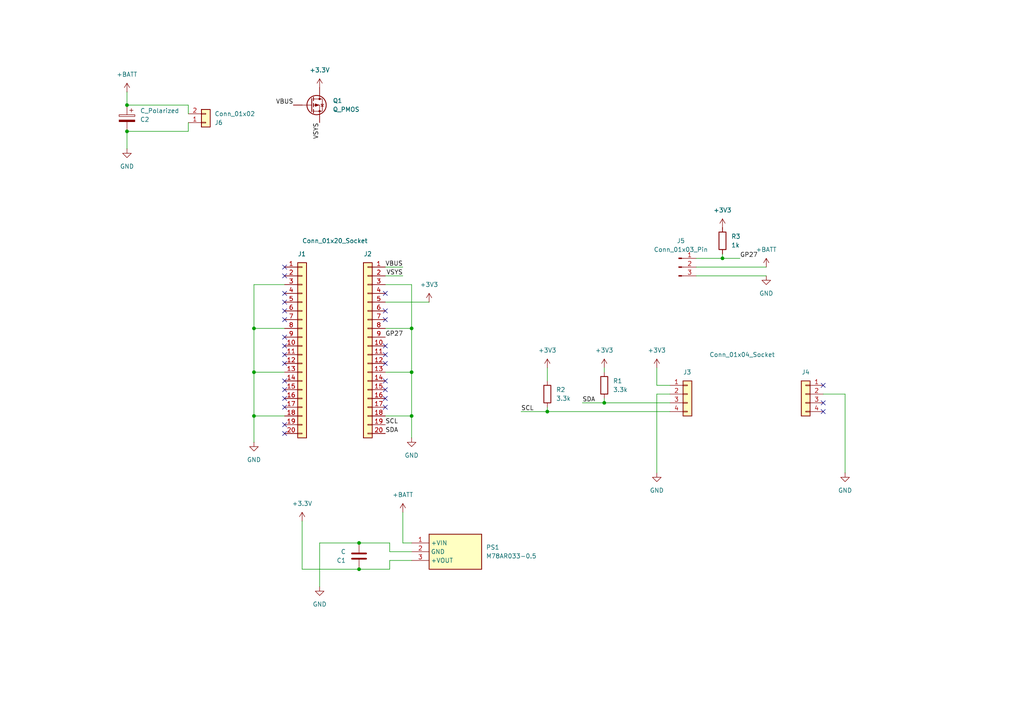
<source format=kicad_sch>
(kicad_sch (version 20250114) (generator "eeschema") (generator_version "9.0")
  (paper "A4")
  (lib_symbols
    (symbol "Connector:Conn_01x03_Pin" (pin_names (offset 1.016) (hide yes))
      (property "Reference" "J" (at 0 5.08 0))
      (property "Value" "Conn_01x03_Pin" (at 0 -5.08 0))
      (symbol "Conn_01x03_Pin_1_1"
        (rectangle (start 0.8636 2.667) (end 0 2.413) (stroke (width 0.1524)) (fill (type outline)))
        (rectangle (start 0.8636 0.127) (end 0 -0.127) (stroke (width 0.1524)) (fill (type outline)))
        (rectangle (start 0.8636 -2.413) (end 0 -2.667) (stroke (width 0.1524)) (fill (type outline)))
        (polyline (pts (xy 1.27 2.54) (xy 0.8636 2.54)) (stroke (width 0.1524)))
        (polyline (pts (xy 1.27 0) (xy 0.8636 0)) (stroke (width 0.1524)))
        (polyline (pts (xy 1.27 -2.54) (xy 0.8636 -2.54)) (stroke (width 0.1524)))
        (pin passive line (at 5.08 2.54 180) (length 3.81) (name "Pin_1") (number "1"))
        (pin passive line (at 5.08 0 180) (length 3.81) (name "Pin_2") (number "2"))
        (pin passive line (at 5.08 -2.54 180) (length 3.81) (name "Pin_3") (number "3"))
      )
    )
    (symbol "Connector_Generic:Conn_01x02" (pin_names (offset 1.016) (hide yes))
      (property "Reference" "J" (at 0 2.54 0))
      (property "Value" "Conn_01x02" (at 0 -5.08 0))
      (symbol "Conn_01x02_1_1"
        (rectangle (start -1.27 1.27) (end 1.27 -3.81) (stroke (width 0.254)) (fill (type background)))
        (rectangle (start -1.27 0.127) (end 0 -0.127) (stroke (width 0.1524)))
        (rectangle (start -1.27 -2.413) (end 0 -2.667) (stroke (width 0.1524)))
        (pin passive line (at -5.08 0 0) (length 3.81) (name "Pin_1") (number "1"))
        (pin passive line (at -5.08 -2.54 0) (length 3.81) (name "Pin_2") (number "2"))
      )
    )
    (symbol "Connector_Generic:Conn_01x04" (pin_names (offset 1.016) (hide yes))
      (property "Reference" "J" (at 0 5.08 0))
      (property "Value" "Conn_01x04" (at 0 -7.62 0))
      (symbol "Conn_01x04_1_1"
        (rectangle (start -1.27 3.81) (end 1.27 -6.35) (stroke (width 0.254)) (fill (type background)))
        (rectangle (start -1.27 2.667) (end 0 2.413) (stroke (width 0.1524)))
        (rectangle (start -1.27 0.127) (end 0 -0.127) (stroke (width 0.1524)))
        (rectangle (start -1.27 -2.413) (end 0 -2.667) (stroke (width 0.1524)))
        (rectangle (start -1.27 -4.953) (end 0 -5.207) (stroke (width 0.1524)))
        (pin passive line (at -5.08 2.54 0) (length 3.81) (name "Pin_1") (number "1"))
        (pin passive line (at -5.08 0 0) (length 3.81) (name "Pin_2") (number "2"))
        (pin passive line (at -5.08 -2.54 0) (length 3.81) (name "Pin_3") (number "3"))
        (pin passive line (at -5.08 -5.08 0) (length 3.81) (name "Pin_4") (number "4"))
      )
    )
    (symbol "Connector_Generic:Conn_01x20" (pin_names (offset 1.016) (hide yes))
      (property "Reference" "J" (at 0 25.4 0))
      (property "Value" "Conn_01x20" (at 0 -27.94 0))
      (symbol "Conn_01x20_1_1"
        (rectangle (start -1.27 24.13) (end 1.27 -26.67) (stroke (width 0.254)) (fill (type background)))
        (rectangle (start -1.27 22.987) (end 0 22.733) (stroke (width 0.1524)))
        (rectangle (start -1.27 20.447) (end 0 20.193) (stroke (width 0.1524)))
        (rectangle (start -1.27 17.907) (end 0 17.653) (stroke (width 0.1524)))
        (rectangle (start -1.27 15.367) (end 0 15.113) (stroke (width 0.1524)))
        (rectangle (start -1.27 12.827) (end 0 12.573) (stroke (width 0.1524)))
        (rectangle (start -1.27 10.287) (end 0 10.033) (stroke (width 0.1524)))
        (rectangle (start -1.27 7.747) (end 0 7.493) (stroke (width 0.1524)))
        (rectangle (start -1.27 5.207) (end 0 4.953) (stroke (width 0.1524)))
        (rectangle (start -1.27 2.667) (end 0 2.413) (stroke (width 0.1524)))
        (rectangle (start -1.27 0.127) (end 0 -0.127) (stroke (width 0.1524)))
        (rectangle (start -1.27 -2.413) (end 0 -2.667) (stroke (width 0.1524)))
        (rectangle (start -1.27 -4.953) (end 0 -5.207) (stroke (width 0.1524)))
        (rectangle (start -1.27 -7.493) (end 0 -7.747) (stroke (width 0.1524)))
        (rectangle (start -1.27 -10.033) (end 0 -10.287) (stroke (width 0.1524)))
        (rectangle (start -1.27 -12.573) (end 0 -12.827) (stroke (width 0.1524)))
        (rectangle (start -1.27 -15.113) (end 0 -15.367) (stroke (width 0.1524)))
        (rectangle (start -1.27 -17.653) (end 0 -17.907) (stroke (width 0.1524)))
        (rectangle (start -1.27 -20.193) (end 0 -20.447) (stroke (width 0.1524)))
        (rectangle (start -1.27 -22.733) (end 0 -22.987) (stroke (width 0.1524)))
        (rectangle (start -1.27 -25.273) (end 0 -25.527) (stroke (width 0.1524)))
        (pin passive line (at -5.08 22.86 0) (length 3.81) (name "Pin_1") (number "1"))
        (pin passive line (at -5.08 20.32 0) (length 3.81) (name "Pin_2") (number "2"))
        (pin passive line (at -5.08 17.78 0) (length 3.81) (name "Pin_3") (number "3"))
        (pin passive line (at -5.08 15.24 0) (length 3.81) (name "Pin_4") (number "4"))
        (pin passive line (at -5.08 12.7 0) (length 3.81) (name "Pin_5") (number "5"))
        (pin passive line (at -5.08 10.16 0) (length 3.81) (name "Pin_6") (number "6"))
        (pin passive line (at -5.08 7.62 0) (length 3.81) (name "Pin_7") (number "7"))
        (pin passive line (at -5.08 5.08 0) (length 3.81) (name "Pin_8") (number "8"))
        (pin passive line (at -5.08 2.54 0) (length 3.81) (name "Pin_9") (number "9"))
        (pin passive line (at -5.08 0 0) (length 3.81) (name "Pin_10") (number "10"))
        (pin passive line (at -5.08 -2.54 0) (length 3.81) (name "Pin_11") (number "11"))
        (pin passive line (at -5.08 -5.08 0) (length 3.81) (name "Pin_12") (number "12"))
        (pin passive line (at -5.08 -7.62 0) (length 3.81) (name "Pin_13") (number "13"))
        (pin passive line (at -5.08 -10.16 0) (length 3.81) (name "Pin_14") (number "14"))
        (pin passive line (at -5.08 -12.7 0) (length 3.81) (name "Pin_15") (number "15"))
        (pin passive line (at -5.08 -15.24 0) (length 3.81) (name "Pin_16") (number "16"))
        (pin passive line (at -5.08 -17.78 0) (length 3.81) (name "Pin_17") (number "17"))
        (pin passive line (at -5.08 -20.32 0) (length 3.81) (name "Pin_18") (number "18"))
        (pin passive line (at -5.08 -22.86 0) (length 3.81) (name "Pin_19") (number "19"))
        (pin passive line (at -5.08 -25.4 0) (length 3.81) (name "Pin_20") (number "20"))
      )
    )
    (symbol "Device:C" (pin_numbers (hide yes)) (pin_names (offset 0.254))
      (property "Reference" "C" (at 0.635 2.54 0))
      (property "Value" "C" (at 0.635 -2.54 0))
      (symbol "C_0_1"
        (polyline (pts (xy -2.032 0.762) (xy 2.032 0.762)) (stroke (width 0.508)))
        (polyline (pts (xy -2.032 -0.762) (xy 2.032 -0.762)) (stroke (width 0.508)))
      )
      (symbol "C_1_1"
        (pin passive line (at 0 3.81 270) (length 2.794) (name "~") (number "1"))
        (pin passive line (at 0 -3.81 90) (length 2.794) (name "~") (number "2"))
      )
    )
    (symbol "Device:C_Polarized" (pin_numbers (hide yes)) (pin_names (offset 0.254))
      (property "Reference" "C" (at 0.635 2.54 0))
      (property "Value" "C_Polarized" (at 0.635 -2.54 0))
      (symbol "C_Polarized_0_1"
        (rectangle (start -2.286 0.508) (end 2.286 1.016))
        (polyline (pts (xy -1.778 2.286) (xy -0.762 2.286)))
        (polyline (pts (xy -1.27 2.794) (xy -1.27 1.778)))
        (rectangle (start 2.286 -0.508) (end -2.286 -1.016) (fill (type outline)))
      )
      (symbol "C_Polarized_1_1"
        (pin passive line (at 0 3.81 270) (length 2.794) (name "~") (number "1"))
        (pin passive line (at 0 -3.81 90) (length 2.794) (name "~") (number "2"))
      )
    )
    (symbol "Device:Q_PMOS" (pin_numbers (hide yes)) (pin_names (offset 0) (hide yes))
      (property "Reference" "Q1" (at 6.35 1.2701 0))
      (property "Value" "Q_PMOS" (at 6.35 -1.2699 0))
      (symbol "Q_PMOS_0_1"
        (polyline (pts (xy 0.254 1.905) (xy 0.254 -1.905)) (stroke (width 0.254)))
        (polyline (pts (xy 0.254 0) (xy -2.54 0)))
        (polyline (pts (xy 0.762 2.286) (xy 0.762 1.27)) (stroke (width 0.254)))
        (polyline (pts (xy 0.762 1.778) (xy 3.302 1.778) (xy 3.302 -1.778) (xy 0.762 -1.778)))
        (polyline (pts (xy 0.762 0.508) (xy 0.762 -0.508)) (stroke (width 0.254)))
        (polyline (pts (xy 0.762 -1.27) (xy 0.762 -2.286)) (stroke (width 0.254)))
        (circle (center 1.651 0) (radius 2.794) (stroke (width 0.254)))
        (polyline (pts (xy 2.286 0) (xy 1.27 0.381) (xy 1.27 -0.381) (xy 2.286 0)) (fill (type outline)))
        (polyline (pts (xy 2.54 2.54) (xy 2.54 1.778)))
        (circle (center 2.54 1.778) (radius 0.254) (fill (type outline)))
        (circle (center 2.54 -1.778) (radius 0.254) (fill (type outline)))
        (polyline (pts (xy 2.54 -2.54) (xy 2.54 0) (xy 0.762 0)))
        (polyline (pts (xy 2.921 -0.381) (xy 3.683 -0.381)))
        (polyline (pts (xy 3.302 -0.381) (xy 2.921 0.254) (xy 3.683 0.254) (xy 3.302 -0.381)))
      )
      (symbol "Q_PMOS_1_1"
        (pin input line (at -5.08 0 0) (length 2.54) (name "G") (number "3"))
        (pin passive line (at 2.54 5.08 270) (length 2.54) (name "D") (number "2"))
        (pin passive line (at 2.54 -5.08 90) (length 2.54) (name "S") (number "1"))
      )
    )
    (symbol "Device:R" (pin_numbers (hide yes)) (pin_names (offset 0))
      (property "Reference" "R" (at 2.032 0 90))
      (property "Value" "R" (at 0 0 90))
      (symbol "R_0_1"
        (rectangle (start -1.016 -2.54) (end 1.016 2.54) (stroke (width 0.254)))
      )
      (symbol "R_1_1"
        (pin passive line (at 0 3.81 270) (length 1.27) (name "~") (number "1"))
        (pin passive line (at 0 -3.81 90) (length 1.27) (name "~") (number "2"))
      )
    )
    (symbol "SamacSys_Parts:M78AR033-0.5"
      (property "Reference" "PS" (at 21.59 7.62 0))
      (property "Value" "M78AR033-0.5" (at 21.59 5.08 0))
      (symbol "M78AR033-0.5_1_1"
        (rectangle (start 5.08 2.54) (end 20.32 -7.62) (stroke (width 0.254)) (fill (type background)))
        (pin passive line (at 0 0 0) (length 5.08) (name "+VIN") (number "1"))
        (pin passive line (at 0 -2.54 0) (length 5.08) (name "GND") (number "2"))
        (pin passive line (at 0 -5.08 0) (length 5.08) (name "+VOUT") (number "3"))
      )
    )
    (symbol "power:+3.3V" (power) (pin_numbers (hide yes)) (pin_names (offset 0) (hide yes))
      (property "Value" "+3.3V" (at 0 3.556 0))
      (symbol "+3.3V_0_1"
        (polyline (pts (xy -0.762 1.27) (xy 0 2.54)))
        (polyline (pts (xy 0 2.54) (xy 0.762 1.27)))
        (polyline (pts (xy 0 0) (xy 0 2.54)))
      )
      (symbol "+3.3V_1_1"
        (pin power_in line (at 0 0 90) (length 0) (name "~") (number "1"))
      )
    )
    (symbol "power:+3V3" (power) (pin_numbers (hide yes)) (pin_names (offset 0) (hide yes))
      (property "Value" "+3V3" (at 0 3.556 0))
      (symbol "+3V3_0_1"
        (polyline (pts (xy -0.762 1.27) (xy 0 2.54)))
        (polyline (pts (xy 0 2.54) (xy 0.762 1.27)))
        (polyline (pts (xy 0 0) (xy 0 2.54)))
      )
      (symbol "+3V3_1_1"
        (pin power_in line (at 0 0 90) (length 0) (name "~") (number "1"))
      )
    )
    (symbol "power:+BATT" (power) (pin_numbers (hide yes)) (pin_names (offset 0) (hide yes))
      (property "Value" "+BATT" (at 0 3.556 0))
      (symbol "+BATT_0_1"
        (polyline (pts (xy -0.762 1.27) (xy 0 2.54)))
        (polyline (pts (xy 0 2.54) (xy 0.762 1.27)))
        (polyline (pts (xy 0 0) (xy 0 2.54)))
      )
      (symbol "+BATT_1_1"
        (pin power_in line (at 0 0 90) (length 0) (name "~") (number "1"))
      )
    )
    (symbol "power:GND" (power) (pin_numbers (hide yes)) (pin_names (offset 0) (hide yes))
      (property "Value" "GND" (at 0 -3.81 0))
      (symbol "GND_0_1"
        (polyline (pts (xy 0 0) (xy 0 -1.27) (xy 1.27 -1.27) (xy 0 -2.54) (xy -1.27 -1.27) (xy 0 -1.27)))
      )
      (symbol "GND_1_1"
        (pin power_in line (at 0 0 270) (length 0) (name "~") (number "1"))
      )
    )
  )
  (junction (at 73.66 95.25))
  (junction (at 119.38 107.95))
  (junction (at 158.75 119.38))
  (junction (at 119.38 120.65))
  (junction (at 36.83 38.1))
  (junction (at 104.14 165.1))
  (junction (at 73.66 120.65))
  (junction (at 119.38 95.25))
  (junction (at 73.66 107.95))
  (junction (at 36.83 30.48))
  (junction (at 104.14 157.48))
  (junction (at 175.26 116.84))
  (junction (at 209.55 74.93))
  (no_connect (at 82.55 85.09))
  (no_connect (at 82.55 110.49))
  (no_connect (at 111.76 118.11))
  (no_connect (at 82.55 90.17))
  (no_connect (at 82.55 123.19))
  (no_connect (at 111.76 100.33))
  (no_connect (at 238.76 111.76))
  (no_connect (at 82.55 102.87))
  (no_connect (at 82.55 100.33))
  (no_connect (at 111.76 113.03))
  (no_connect (at 111.76 115.57))
  (no_connect (at 238.76 119.38))
  (no_connect (at 111.76 105.41))
  (no_connect (at 82.55 118.11))
  (no_connect (at 82.55 80.01))
  (no_connect (at 82.55 77.47))
  (no_connect (at 111.76 102.87))
  (no_connect (at 82.55 113.03))
  (no_connect (at 111.76 92.71))
  (no_connect (at 111.76 90.17))
  (no_connect (at 82.55 115.57))
  (no_connect (at 111.76 85.09))
  (no_connect (at 238.76 116.84))
  (no_connect (at 82.55 105.41))
  (no_connect (at 82.55 97.79))
  (no_connect (at 82.55 87.63))
  (no_connect (at 111.76 110.49))
  (no_connect (at 82.55 125.73))
  (no_connect (at 82.55 92.71))
  (wire (pts (xy 73.66 107.95) (xy 73.66 120.65)))
  (wire (pts (xy 201.93 77.47) (xy 222.25 77.47)))
  (wire (pts (xy 119.38 95.25) (xy 119.38 107.95)))
  (wire (pts (xy 36.83 30.48) (xy 54.61 30.48)))
  (wire (pts (xy 73.66 120.65) (xy 73.66 128.27)))
  (wire (pts (xy 190.5 137.16) (xy 190.5 114.3)))
  (wire (pts (xy 36.83 38.1) (xy 54.61 38.1)))
  (wire (pts (xy 113.03 160.02) (xy 119.38 160.02)))
  (wire (pts (xy 87.63 165.1) (xy 104.14 165.1)))
  (wire (pts (xy 194.31 119.38) (xy 158.75 119.38)))
  (wire (pts (xy 82.55 82.55) (xy 73.66 82.55)))
  (wire (pts (xy 113.03 160.02) (xy 113.03 157.48)))
  (wire (pts (xy 175.26 106.68) (xy 175.26 107.95)))
  (wire (pts (xy 209.55 73.66) (xy 209.55 74.93)))
  (wire (pts (xy 190.5 114.3) (xy 194.31 114.3)))
  (wire (pts (xy 201.93 80.01) (xy 222.25 80.01)))
  (wire (pts (xy 158.75 119.38) (xy 158.75 118.11)))
  (wire (pts (xy 119.38 82.55) (xy 119.38 95.25)))
  (wire (pts (xy 87.63 151.13) (xy 87.63 165.1)))
  (wire (pts (xy 113.03 157.48) (xy 104.14 157.48)))
  (wire (pts (xy 151.13 119.38) (xy 158.75 119.38)))
  (wire (pts (xy 119.38 107.95) (xy 111.76 107.95)))
  (wire (pts (xy 111.76 82.55) (xy 119.38 82.55)))
  (wire (pts (xy 36.83 43.18) (xy 36.83 38.1)))
  (wire (pts (xy 116.84 148.59) (xy 116.84 157.48)))
  (wire (pts (xy 116.84 157.48) (xy 119.38 157.48)))
  (wire (pts (xy 113.03 165.1) (xy 113.03 162.56)))
  (wire (pts (xy 111.76 80.01) (xy 116.84 80.01)))
  (wire (pts (xy 124.46 87.63) (xy 111.76 87.63)))
  (wire (pts (xy 92.71 170.18) (xy 92.71 157.48)))
  (wire (pts (xy 92.71 157.48) (xy 104.14 157.48)))
  (wire (pts (xy 73.66 95.25) (xy 73.66 107.95)))
  (wire (pts (xy 73.66 120.65) (xy 82.55 120.65)))
  (wire (pts (xy 73.66 95.25) (xy 82.55 95.25)))
  (wire (pts (xy 175.26 116.84) (xy 194.31 116.84)))
  (wire (pts (xy 119.38 107.95) (xy 119.38 120.65)))
  (wire (pts (xy 73.66 82.55) (xy 73.66 95.25)))
  (wire (pts (xy 158.75 106.68) (xy 158.75 110.49)))
  (wire (pts (xy 245.11 114.3) (xy 238.76 114.3)))
  (wire (pts (xy 119.38 120.65) (xy 111.76 120.65)))
  (wire (pts (xy 190.5 106.68) (xy 190.5 111.76)))
  (wire (pts (xy 201.93 74.93) (xy 209.55 74.93)))
  (wire (pts (xy 73.66 107.95) (xy 82.55 107.95)))
  (wire (pts (xy 54.61 33.02) (xy 54.61 30.48)))
  (wire (pts (xy 119.38 95.25) (xy 111.76 95.25)))
  (wire (pts (xy 111.76 77.47) (xy 116.84 77.47)))
  (wire (pts (xy 175.26 115.57) (xy 175.26 116.84)))
  (wire (pts (xy 119.38 120.65) (xy 119.38 127)))
  (wire (pts (xy 36.83 26.67) (xy 36.83 30.48)))
  (wire (pts (xy 168.91 116.84) (xy 175.26 116.84)))
  (wire (pts (xy 104.14 165.1) (xy 113.03 165.1)))
  (wire (pts (xy 190.5 111.76) (xy 194.31 111.76)))
  (wire (pts (xy 113.03 162.56) (xy 119.38 162.56)))
  (wire (pts (xy 209.55 74.93) (xy 214.63 74.93)))
  (wire (pts (xy 245.11 137.16) (xy 245.11 114.3)))
  (wire (pts (xy 54.61 35.56) (xy 54.61 38.1)))
  (label "VSYS" (at 92.71 35.56 270))
  (label "GP27" (at 111.76 97.79 0))
  (label "SCL" (at 151.13 119.38 0))
  (label "SCL" (at 111.76 123.19 0))
  (label "SDA" (at 168.91 116.84 0))
  (label "VSYS" (at 116.84 80.01 180))
  (label "GP27" (at 214.63 74.93 0))
  (label "SDA" (at 111.76 125.73 0))
  (label "VBUS" (at 116.84 77.47 180))
  (label "VBUS" (at 85.09 30.48 180))
  (symbol (lib_id "SamacSys_Parts:M78AR033-0.5") (at 119.38 157.48 0) (unit 1)
    (property "Reference" "PS1" (at 140.97 158.7499 0) (effects (justify left)))
    (property "Value" "M78AR033-0.5" (at 140.97 161.2899 0) (effects (justify left)))
    (property "Footprint" "M78AR03305" (effects (hide yes)))
    (property "Datasheet" "https://www.minmaxpower.com/storage/media/Product-MINMAX/M78AR-0.5/M78AR-0.5_Datasheet.pdf" (effects (hide yes)))
    (property "Description" "The M78AR-0.5 series is a new range of switching regulators designed as a drop-in replacement for old LM78xx linear regulators with low efficiency.The very high efficiency of these step-down converters allow an operating temperature up to 80 at full-load without need of any heatsink. The regulators come in a package which fits in the standard TO-220 footprint of linear regulators." (effects (hide yes)))
    (property "Height" "10.7" (effects (hide yes)))
    (property "Manufacturer_Name" "Minmax" (effects (hide yes)))
    (property "Manufacturer_Part_Number" "M78AR033-0.5" (effects (hide yes)))
  )
  (symbol (lib_id "power:+3V3") (at 175.26 106.68 0) (unit 1)
    (property "Reference" "#PWR05" (effects (hide yes)))
    (property "Value" "+3V3" (at 175.26 101.6 0))
    (property "Description" "Power symbol creates a global label with name \"+3V3\"" (effects (hide yes)))
  )
  (symbol (lib_id "power:GND") (at 190.5 137.16 0) (unit 1)
    (property "Reference" "#PWR04" (effects (hide yes)))
    (property "Value" "GND" (at 190.5 142.24 0))
    (property "Description" "Power symbol creates a global label with name \"GND\" , ground" (effects (hide yes)))
  )
  (symbol (lib_id "power:+3.3V") (at 87.63 151.13 0) (mirror y) (unit 1)
    (property "Reference" "#PWR014" (effects (hide yes)))
    (property "Value" "+3.3V" (at 87.63 146.05 0))
    (property "Description" "Power symbol creates a global label with name \"+3.3V\"" (effects (hide yes)))
  )
  (symbol (lib_id "power:GND") (at 36.83 43.18 0) (mirror y) (unit 1)
    (property "Reference" "#PWR01" (effects (hide yes)))
    (property "Value" "GND" (at 36.83 48.26 0))
    (property "Description" "Power symbol creates a global label with name \"GND\" , ground" (effects (hide yes)))
  )
  (symbol (lib_id "Device:R") (at 209.55 69.85 0) (unit 1)
    (property "Reference" "R3" (at 212.09 68.5799 0) (effects (justify left)))
    (property "Value" "1k" (at 212.09 71.1199 0) (effects (justify left)))
    (property "Footprint" "Resistor_THT:R_Axial_DIN0207_L6.3mm_D2.5mm_P7.62mm_Horizontal" (effects (hide yes)))
    (property "Description" "Resistor" (effects (hide yes)))
  )
  (symbol (lib_id "Connector:Conn_01x03_Pin") (at 196.85 77.47 0) (unit 1)
    (property "Reference" "J5" (at 197.485 69.85 0))
    (property "Value" "Conn_01x03_Pin" (at 197.485 72.39 0))
    (property "Footprint" "Connector_PinHeader_2.54mm:PinHeader_1x03_P2.54mm_Horizontal" (effects (hide yes)))
    (property "Description" "Generic connector, single row, 01x03, script generated" (effects (hide yes)))
  )
  (symbol (lib_id "power:GND") (at 73.66 128.27 0) (unit 1)
    (property "Reference" "#PWR02" (effects (hide yes)))
    (property "Value" "GND" (at 73.66 133.35 0))
    (property "Description" "Power symbol creates a global label with name \"GND\" , ground" (effects (hide yes)))
  )
  (symbol (lib_id "Device:C_Polarized") (at 36.83 34.29 0) (mirror y) (unit 1)
    (property "Reference" "C2" (at 40.64 34.6711 0) (effects (justify right)))
    (property "Value" "C_Polarized" (at 40.64 32.1311 0) (effects (justify right)))
    (property "Footprint" "Capacitor_THT:CP_Radial_D6.3mm_P2.50mm" (effects (hide yes)))
    (property "Description" "Polarized capacitor" (effects (hide yes)))
  )
  (symbol (lib_id "power:+BATT") (at 222.25 77.47 0) (unit 1)
    (property "Reference" "#PWR09" (effects (hide yes)))
    (property "Value" "+BATT" (at 222.25 72.39 0))
    (property "Description" "Power symbol creates a global label with name \"+BATT\"" (effects (hide yes)))
  )
  (symbol (lib_id "power:+3.3V") (at 92.71 25.4 0) (unit 1)
    (property "Reference" "#PWR016" (effects (hide yes)))
    (property "Value" "+3.3V" (at 92.71 20.32 0))
    (property "Description" "Power symbol creates a global label with name \"+3.3V\"" (effects (hide yes)))
  )
  (symbol (lib_id "Device:Q_PMOS") (at 90.17 30.48 0) (unit 1)
    (property "Reference" "Q1" (at 96.52 29.2099 0) (effects (justify left)))
    (property "Value" "Q_PMOS" (at 96.52 31.7499 0) (effects (justify left)))
    (property "Footprint" "Package_TO_SOT_THT:TO-92_Inline_Wide" (effects (hide yes)))
    (property "Description" "P-MOSFET transistor" (effects (hide yes)))
  )
  (symbol (lib_id "Connector_Generic:Conn_01x02") (at 59.69 35.56 0) (mirror x) (unit 1)
    (property "Reference" "J6" (at 62.23 35.5601 0) (effects (justify left)))
    (property "Value" "Conn_01x02" (at 62.23 33.0201 0) (effects (justify left)))
    (property "Footprint" "Connector_AMASS:AMASS_XT30PW-M_1x02_P2.50mm_Horizontal" (effects (hide yes)))
    (property "Description" "Generic connector, single row, 01x02, script generated (kicad-library-utils/schlib/autogen/connector/)" (effects (hide yes)))
  )
  (symbol (lib_id "Device:R") (at 158.75 114.3 180) (unit 1)
    (property "Reference" "R2" (at 161.29 113.0299 0) (effects (justify right)))
    (property "Value" "3.3k" (at 161.29 115.5699 0) (effects (justify right)))
    (property "Footprint" "Resistor_THT:R_Axial_DIN0207_L6.3mm_D2.5mm_P7.62mm_Horizontal" (effects (hide yes)))
    (property "Description" "Resistor" (effects (hide yes)))
  )
  (symbol (lib_id "power:+3V3") (at 158.75 106.68 0) (unit 1)
    (property "Reference" "#PWR06" (effects (hide yes)))
    (property "Value" "+3V3" (at 158.75 101.6 0))
    (property "Description" "Power symbol creates a global label with name \"+3V3\"" (effects (hide yes)))
  )
  (symbol (lib_id "Device:R") (at 175.26 111.76 180) (unit 1)
    (property "Reference" "R1" (at 177.8 110.4899 0) (effects (justify right)))
    (property "Value" "3.3k" (at 177.8 113.0299 0) (effects (justify right)))
    (property "Footprint" "Resistor_THT:R_Axial_DIN0207_L6.3mm_D2.5mm_P7.62mm_Horizontal" (effects (hide yes)))
    (property "Description" "Resistor" (effects (hide yes)))
  )
  (symbol (lib_id "power:+3V3") (at 124.46 87.63 0) (mirror y) (unit 1)
    (property "Reference" "#PWR03" (effects (hide yes)))
    (property "Value" "+3V3" (at 124.46 82.55 0))
    (property "Description" "Power symbol creates a global label with name \"+3V3\"" (effects (hide yes)))
  )
  (symbol (lib_id "Device:C") (at 104.14 161.29 180) (unit 1)
    (property "Reference" "C1" (at 100.33 162.5601 0) (effects (justify left)))
    (property "Value" "C" (at 100.33 160.0201 0) (effects (justify left)))
    (property "Footprint" "Capacitor_THT:C_Disc_D5.0mm_W2.5mm_P5.00mm" (effects (hide yes)))
    (property "Description" "Unpolarized capacitor" (effects (hide yes)))
  )
  (symbol (lib_id "power:+BATT") (at 36.83 26.67 0) (unit 1)
    (property "Reference" "#PWR010" (effects (hide yes)))
    (property "Value" "+BATT" (at 36.83 21.59 0))
    (property "Description" "Power symbol creates a global label with name \"+BATT\"" (effects (hide yes)))
  )
  (symbol (lib_id "Connector_Generic:Conn_01x20") (at 106.68 100.33 0) (mirror y) (unit 1)
    (property "Reference" "J2" (at 106.68 73.66 0))
    (property "Value" "Conn_01x20_Socket" (effects (hide yes)))
    (property "Footprint" "Connector_PinSocket_2.54mm:PinSocket_1x20_P2.54mm_Vertical" (effects (hide yes)))
    (property "Description" "Generic connector, single row, 01x20, script generated (kicad-library-utils/schlib/autogen/connector/)" (effects (hide yes)))
  )
  (symbol (lib_id "Connector_Generic:Conn_01x04") (at 233.68 114.3 0) (mirror y) (unit 1)
    (property "Reference" "J4" (at 233.68 107.95 0))
    (property "Value" "Conn_01x04_Socket" (effects (hide yes)))
    (property "Footprint" "Connector_PinSocket_2.54mm:PinSocket_1x04_P2.54mm_Vertical" (effects (hide yes)))
    (property "Description" "Generic connector, single row, 01x04, script generated (kicad-library-utils/schlib/autogen/connector/)" (effects (hide yes)))
  )
  (symbol (lib_id "power:GND") (at 222.25 80.01 0) (unit 1)
    (property "Reference" "#PWR08" (effects (hide yes)))
    (property "Value" "GND" (at 222.25 85.09 0))
    (property "Description" "Power symbol creates a global label with name \"GND\" , ground" (effects (hide yes)))
  )
  (symbol (lib_id "Connector_Generic:Conn_01x20") (at 87.63 100.33 0) (unit 1)
    (property "Reference" "J1" (at 86.36 73.66 0) (effects (justify left)))
    (property "Value" "Conn_01x20_Socket" (at 87.63 69.85 0) (effects (justify left)))
    (property "Footprint" "Connector_PinSocket_2.54mm:PinSocket_1x20_P2.54mm_Vertical" (effects (hide yes)))
    (property "Description" "Generic connector, single row, 01x20, script generated (kicad-library-utils/schlib/autogen/connector/)" (effects (hide yes)))
  )
  (symbol (lib_id "power:GND") (at 92.71 170.18 0) (mirror y) (unit 1)
    (property "Reference" "#PWR013" (effects (hide yes)))
    (property "Value" "GND" (at 92.71 175.26 0))
    (property "Description" "Power symbol creates a global label with name \"GND\" , ground" (effects (hide yes)))
  )
  (symbol (lib_id "power:GND") (at 245.11 137.16 0) (mirror y) (unit 1)
    (property "Reference" "#PWR012" (effects (hide yes)))
    (property "Value" "GND" (at 245.11 142.24 0))
    (property "Description" "Power symbol creates a global label with name \"GND\" , ground" (effects (hide yes)))
  )
  (symbol (lib_id "power:GND") (at 119.38 127 0) (mirror y) (unit 1)
    (property "Reference" "#PWR07" (effects (hide yes)))
    (property "Value" "GND" (at 119.38 132.08 0))
    (property "Description" "Power symbol creates a global label with name \"GND\" , ground" (effects (hide yes)))
  )
  (symbol (lib_id "power:+3V3") (at 190.5 106.68 0) (unit 1)
    (property "Reference" "#PWR017" (effects (hide yes)))
    (property "Value" "+3V3" (at 190.5 101.6 0))
    (property "Description" "Power symbol creates a global label with name \"+3V3\"" (effects (hide yes)))
  )
  (symbol (lib_id "power:+BATT") (at 116.84 148.59 0) (unit 1)
    (property "Reference" "#PWR015" (effects (hide yes)))
    (property "Value" "+BATT" (at 116.84 143.51 0))
    (property "Description" "Power symbol creates a global label with name \"+BATT\"" (effects (hide yes)))
  )
  (symbol (lib_id "Connector_Generic:Conn_01x04") (at 199.39 114.3 0) (unit 1)
    (property "Reference" "J3" (at 198.12 107.95 0) (effects (justify left)))
    (property "Value" "Conn_01x04_Socket" (at 205.74 102.87 0) (effects (justify left)))
    (property "Footprint" "Connector_PinSocket_2.54mm:PinSocket_1x04_P2.54mm_Vertical" (effects (hide yes)))
    (property "Description" "Generic connector, single row, 01x04, script generated (kicad-library-utils/schlib/autogen/connector/)" (effects (hide yes)))
  )
  (symbol (lib_id "power:+3V3") (at 209.55 66.04 0) (unit 1)
    (property "Reference" "#PWR018" (effects (hide yes)))
    (property "Value" "+3V3" (at 209.55 60.96 0))
    (property "Description" "Power symbol creates a global label with name \"+3V3\"" (effects (hide yes)))
  )
)
</source>
